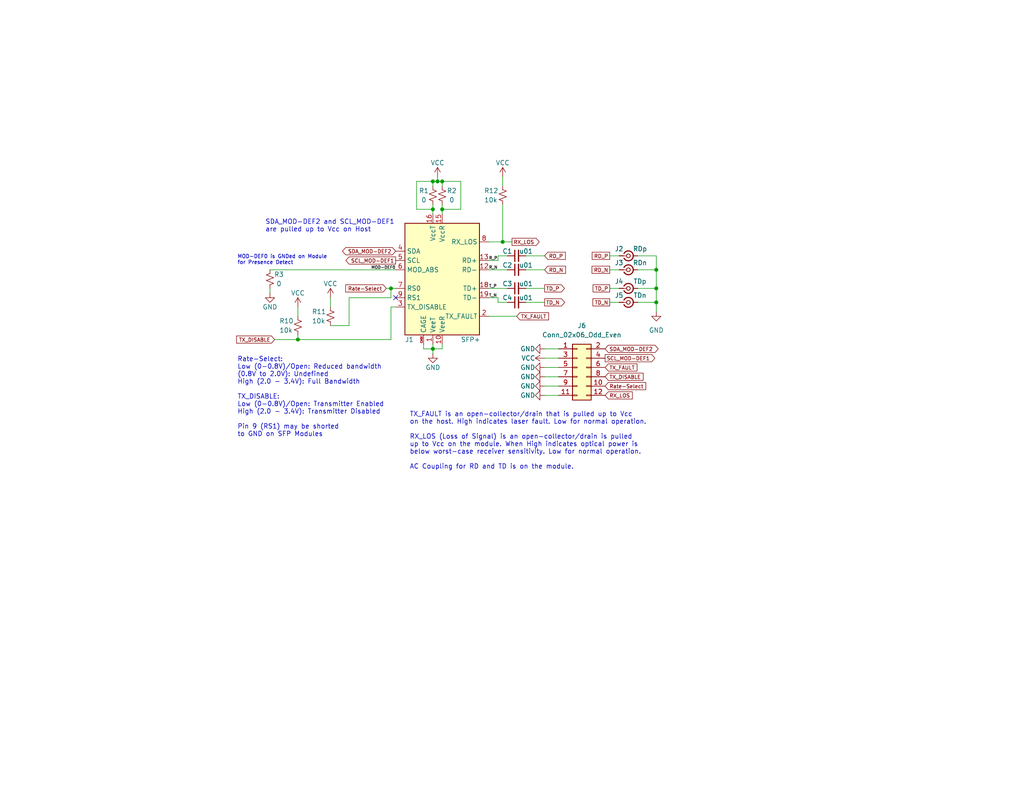
<source format=kicad_sch>
(kicad_sch (version 20230121) (generator eeschema)
  (paper "USLetter")
  (title_block (title "SFP Plug Breakout") (date "2024-02-28") (rev "0.1") (company "mwrnd") (comment 1 "github.com/mwrnd/SFP_Plug_Breakout"))
  (lib_symbols
    (symbol "Connector:Conn_Coaxial_Small" (pin_numbers hide) (pin_names (offset 1.016) hide)
      (property "Reference" "J" (at 0.254 3.048 0))
      (property "Value" "Conn_Coaxial_Small" (at 0 -3.81 0))
      (symbol "Conn_Coaxial_Small_0_1"
        (polyline (pts (xy -2.54 0) (xy -0.508 0)))
        (circle (center 0 0) (radius 0.508) (stroke (width 0.2032)))
      )
      (symbol "Conn_Coaxial_Small_1_1"
        (arc (start -1.1916 -0.6311) (mid 0.327 -1.3081) (end 1.3484 0.0039) (stroke (width 0.3048)))
        (arc (start 1.3484 -0.0039) (mid 0.327 1.3081) (end -1.1916 0.6311) (stroke (width 0.3048)))
        (pin passive line (at -2.54 0 0) (length 1.27) (name "In") (number "1"))
        (pin passive line (at 2.54 0 180) (length 1.27) (name "Ext") (number "2"))
      )
    )
    (symbol "Connector_Generic:Conn_02x06_Odd_Even" (pin_names (offset 1.016) hide)
      (property "Reference" "J" (at 1.27 7.62 0))
      (property "Value" "Conn_02x06_Odd_Even" (at 1.27 -10.16 0))
      (symbol "Conn_02x06_Odd_Even_1_1"
        (rectangle (start -1.27 -7.493) (end 0 -7.747) (stroke (width 0.1524)))
        (rectangle (start -1.27 -4.953) (end 0 -5.207) (stroke (width 0.1524)))
        (rectangle (start -1.27 -2.413) (end 0 -2.667) (stroke (width 0.1524)))
        (rectangle (start -1.27 0.127) (end 0 -0.127) (stroke (width 0.1524)))
        (rectangle (start -1.27 2.667) (end 0 2.413) (stroke (width 0.1524)))
        (rectangle (start -1.27 5.207) (end 0 4.953) (stroke (width 0.1524)))
        (rectangle (start -1.27 6.35) (end 3.81 -8.89) (stroke (width 0.254)) (fill (type background)))
        (rectangle (start 3.81 -7.493) (end 2.54 -7.747) (stroke (width 0.1524)))
        (rectangle (start 3.81 -4.953) (end 2.54 -5.207) (stroke (width 0.1524)))
        (rectangle (start 3.81 -2.413) (end 2.54 -2.667) (stroke (width 0.1524)))
        (rectangle (start 3.81 0.127) (end 2.54 -0.127) (stroke (width 0.1524)))
        (rectangle (start 3.81 2.667) (end 2.54 2.413) (stroke (width 0.1524)))
        (rectangle (start 3.81 5.207) (end 2.54 4.953) (stroke (width 0.1524)))
        (pin passive line (at -5.08 5.08 0) (length 3.81) (name "Pin_1") (number "1"))
        (pin passive line (at 7.62 -5.08 180) (length 3.81) (name "Pin_10") (number "10"))
        (pin passive line (at -5.08 -7.62 0) (length 3.81) (name "Pin_11") (number "11"))
        (pin passive line (at 7.62 -7.62 180) (length 3.81) (name "Pin_12") (number "12"))
        (pin passive line (at 7.62 5.08 180) (length 3.81) (name "Pin_2") (number "2"))
        (pin passive line (at -5.08 2.54 0) (length 3.81) (name "Pin_3") (number "3"))
        (pin passive line (at 7.62 2.54 180) (length 3.81) (name "Pin_4") (number "4"))
        (pin passive line (at -5.08 0 0) (length 3.81) (name "Pin_5") (number "5"))
        (pin passive line (at 7.62 0 180) (length 3.81) (name "Pin_6") (number "6"))
        (pin passive line (at -5.08 -2.54 0) (length 3.81) (name "Pin_7") (number "7"))
        (pin passive line (at 7.62 -2.54 180) (length 3.81) (name "Pin_8") (number "8"))
        (pin passive line (at -5.08 -5.08 0) (length 3.81) (name "Pin_9") (number "9"))
      )
    )
    (symbol "Device:C_Small" (pin_numbers hide) (pin_names (offset 0.254) hide)
      (property "Reference" "C" (at 0.254 1.778 0))
      (property "Value" "C_Small" (at 0.254 -2.032 0))
      (symbol "C_Small_0_1"
        (polyline (pts (xy -1.524 -0.508) (xy 1.524 -0.508)) (stroke (width 0.3302)))
        (polyline (pts (xy -1.524 0.508) (xy 1.524 0.508)) (stroke (width 0.3048)))
      )
      (symbol "C_Small_1_1"
        (pin passive line (at 0 2.54 270) (length 2.032) (name "~") (number "1"))
        (pin passive line (at 0 -2.54 90) (length 2.032) (name "~") (number "2"))
      )
    )
    (symbol "Device:R_Small_US" (pin_numbers hide) (pin_names (offset 0.254) hide)
      (property "Reference" "R" (at 0.762 0.508 0))
      (property "Value" "R_Small_US" (at 0.762 -1.016 0))
      (symbol "R_Small_US_1_1"
        (polyline (pts (xy 0 0) (xy 1.016 -0.381) (xy 0 -0.762) (xy -1.016 -1.143) (xy 0 -1.524)))
        (polyline (pts (xy 0 1.524) (xy 1.016 1.143) (xy 0 0.762) (xy -1.016 0.381) (xy 0 0)))
        (pin passive line (at 0 2.54 270) (length 1.016) (name "~") (number "1"))
        (pin passive line (at 0 -2.54 90) (length 1.016) (name "~") (number "2"))
      )
    )
    (symbol "Interface_Optical:SFP+"
      (property "Reference" "J" (at -8.89 16.51 0))
      (property "Value" "SFP+" (at 11.43 16.51 0))
      (symbol "SFP+_0_0"
        (rectangle (start -10.16 15.24) (end 10.16 -15.24) (stroke (width 0.254)) (fill (type background)))
      )
      (symbol "SFP+_1_1"
        (pin power_in line (at -2.54 -17.78 90) (length 2.54) (name "VeeT") (number "1"))
        (pin power_in line (at 0 -17.78 90) (length 2.54) (name "VeeR") (number "10"))
        (pin passive line (at 0 -17.78 90) (length 2.54) hide (name "VeeR") (number "11"))
        (pin output line (at 12.7 2.54 180) (length 2.54) (name "RD-") (number "12"))
        (pin output line (at 12.7 5.08 180) (length 2.54) (name "RD+") (number "13"))
        (pin passive line (at 0 -17.78 90) (length 2.54) hide (name "VeeR") (number "14"))
        (pin power_in line (at 0 17.78 270) (length 2.54) (name "VccR") (number "15"))
        (pin power_in line (at -2.54 17.78 270) (length 2.54) (name "VccT") (number "16"))
        (pin passive line (at -2.54 -17.78 90) (length 2.54) hide (name "VeeT") (number "17"))
        (pin input line (at 12.7 -2.54 180) (length 2.54) (name "TD+") (number "18"))
        (pin input line (at 12.7 -5.08 180) (length 2.54) (name "TD-") (number "19"))
        (pin open_collector line (at 12.7 -10.16 180) (length 2.54) (name "TX_FAULT") (number "2"))
        (pin passive line (at -2.54 -17.78 90) (length 2.54) hide (name "VeeT") (number "20"))
        (pin input line (at -12.7 -7.62 0) (length 2.54) (name "TX_DISABLE") (number "3"))
        (pin bidirectional line (at -12.7 7.62 0) (length 2.54) (name "SDA") (number "4"))
        (pin input line (at -12.7 5.08 0) (length 2.54) (name "SCL") (number "5"))
        (pin passive line (at -12.7 2.54 0) (length 2.54) (name "MOD_ABS") (number "6"))
        (pin input line (at -12.7 -2.54 0) (length 2.54) (name "RS0") (number "7"))
        (pin open_collector line (at 12.7 10.16 180) (length 2.54) (name "RX_LOS") (number "8"))
        (pin input line (at -12.7 -5.08 0) (length 2.54) (name "RS1") (number "9"))
        (pin passive line (at -5.08 -17.78 90) (length 2.54) (name "CAGE") (number "CAGE"))
      )
    )
    (symbol "power:GND" (power) (pin_names (offset 0))
      (property "Value" "GND" (at 0 -3.81 0))
      (symbol "GND_0_1"
        (polyline (pts (xy 0 0) (xy 0 -1.27) (xy 1.27 -1.27) (xy 0 -2.54) (xy -1.27 -1.27) (xy 0 -1.27)))
      )
      (symbol "GND_1_1"
        (pin power_in line (at 0 0 270) (length 0) hide (name "GND") (number "1"))
      )
    )
    (symbol "power:VCC" (power) (pin_names (offset 0))
      (property "Value" "VCC" (at 0 3.81 0))
      (symbol "VCC_0_1"
        (polyline (pts (xy -0.762 1.27) (xy 0 2.54)))
        (polyline (pts (xy 0 0) (xy 0 2.54)))
        (polyline (pts (xy 0 2.54) (xy 0.762 1.27)))
      )
      (symbol "VCC_1_1"
        (pin power_in line (at 0 0 90) (length 0) hide (name "VCC") (number "1"))
      )
    )
  )
  (junction (at 120.65 57.15))
  (junction (at 179.07 82.55))
  (junction (at 179.07 78.74))
  (junction (at 119.38 49.53))
  (junction (at 118.11 49.53))
  (junction (at 120.65 49.53))
  (junction (at 118.11 95.25))
  (junction (at 137.16 66.04))
  (junction (at 106.68 78.74))
  (junction (at 179.07 73.66))
  (junction (at 118.11 57.15))
  (junction (at 81.28 92.71))
  (no_connect (at 107.95 81.28))
  (wire (pts (xy 137.16 55.88) (xy 137.16 66.04)))
  (wire (pts (xy 81.28 83.82) (xy 81.28 86.36)))
  (wire (pts (xy 166.37 82.55) (xy 168.91 82.55)))
  (wire (pts (xy 125.73 49.53) (xy 120.65 49.53)))
  (wire (pts (xy 135.89 69.85) (xy 138.43 69.85)))
  (wire (pts (xy 113.665 49.53) (xy 118.11 49.53)))
  (wire (pts (xy 179.07 69.85) (xy 179.07 73.66)))
  (wire (pts (xy 120.65 93.98) (xy 120.65 95.25)))
  (wire (pts (xy 133.35 86.36) (xy 140.97 86.36)))
  (wire (pts (xy 81.28 91.44) (xy 81.28 92.71)))
  (wire (pts (xy 120.65 49.53) (xy 119.38 49.53)))
  (wire (pts (xy 120.65 57.15) (xy 120.65 58.42)))
  (wire (pts (xy 118.11 93.98) (xy 118.11 95.25)))
  (wire (pts (xy 137.16 66.04) (xy 139.7 66.04)))
  (wire (pts (xy 179.07 78.74) (xy 179.07 82.55)))
  (wire (pts (xy 173.99 82.55) (xy 179.07 82.55)))
  (wire (pts (xy 120.65 55.88) (xy 120.65 57.15)))
  (wire (pts (xy 148.59 105.41) (xy 152.4 105.41)))
  (wire (pts (xy 118.11 49.53) (xy 119.38 49.53)))
  (wire (pts (xy 133.35 66.04) (xy 137.16 66.04)))
  (wire (pts (xy 148.59 95.25) (xy 152.4 95.25)))
  (wire (pts (xy 143.51 78.74) (xy 148.59 78.74)))
  (wire (pts (xy 148.59 97.79) (xy 152.4 97.79)))
  (wire (pts (xy 120.65 95.25) (xy 118.11 95.25)))
  (wire (pts (xy 166.37 78.74) (xy 168.91 78.74)))
  (wire (pts (xy 118.11 55.88) (xy 118.11 57.15)))
  (wire (pts (xy 179.07 73.66) (xy 179.07 78.74)))
  (wire (pts (xy 106.68 81.28) (xy 95.25 81.28)))
  (wire (pts (xy 118.11 50.8) (xy 118.11 49.53)))
  (wire (pts (xy 133.35 71.12) (xy 135.89 71.12)))
  (wire (pts (xy 74.93 92.71) (xy 81.28 92.71)))
  (wire (pts (xy 133.35 73.66) (xy 138.43 73.66)))
  (wire (pts (xy 90.17 81.28) (xy 90.17 83.82)))
  (wire (pts (xy 148.59 100.33) (xy 152.4 100.33)))
  (wire (pts (xy 105.41 78.74) (xy 106.68 78.74)))
  (wire (pts (xy 118.11 95.25) (xy 118.11 96.52)))
  (wire (pts (xy 120.65 57.15) (xy 125.73 57.15)))
  (wire (pts (xy 137.16 48.26) (xy 137.16 50.8)))
  (wire (pts (xy 173.99 69.85) (xy 179.07 69.85)))
  (wire (pts (xy 118.11 95.25) (xy 115.57 95.25)))
  (wire (pts (xy 135.89 71.12) (xy 135.89 69.85)))
  (wire (pts (xy 173.99 78.74) (xy 179.07 78.74)))
  (wire (pts (xy 133.35 78.74) (xy 138.43 78.74)))
  (wire (pts (xy 106.68 78.74) (xy 107.95 78.74)))
  (wire (pts (xy 81.28 92.71) (xy 106.68 92.71)))
  (wire (pts (xy 107.95 83.82) (xy 106.68 83.82)))
  (wire (pts (xy 143.51 82.55) (xy 148.59 82.55)))
  (wire (pts (xy 73.66 78.74) (xy 73.66 80.01)))
  (wire (pts (xy 120.65 50.8) (xy 120.65 49.53)))
  (wire (pts (xy 113.665 57.15) (xy 113.665 49.53)))
  (wire (pts (xy 143.51 73.66) (xy 148.59 73.66)))
  (wire (pts (xy 166.37 73.66) (xy 168.91 73.66)))
  (wire (pts (xy 119.38 49.53) (xy 119.38 48.26)))
  (wire (pts (xy 179.07 82.55) (xy 179.07 85.09)))
  (wire (pts (xy 115.57 95.25) (xy 115.57 93.98)))
  (wire (pts (xy 125.73 57.15) (xy 125.73 49.53)))
  (wire (pts (xy 143.51 69.85) (xy 148.59 69.85)))
  (wire (pts (xy 166.37 69.85) (xy 168.91 69.85)))
  (wire (pts (xy 118.11 57.15) (xy 118.11 58.42)))
  (wire (pts (xy 106.68 83.82) (xy 106.68 92.71)))
  (wire (pts (xy 135.89 82.55) (xy 138.43 82.55)))
  (wire (pts (xy 135.89 81.28) (xy 135.89 82.55)))
  (wire (pts (xy 95.25 81.28) (xy 95.25 88.9)))
  (wire (pts (xy 133.35 81.28) (xy 135.89 81.28)))
  (wire (pts (xy 148.59 102.87) (xy 152.4 102.87)))
  (wire (pts (xy 173.99 73.66) (xy 179.07 73.66)))
  (wire (pts (xy 73.66 73.66) (xy 107.95 73.66)))
  (wire (pts (xy 95.25 88.9) (xy 90.17 88.9)))
  (wire (pts (xy 118.11 57.15) (xy 113.665 57.15)))
  (wire (pts (xy 106.68 78.74) (xy 106.68 81.28)))
  (wire (pts (xy 148.59 107.95) (xy 152.4 107.95)))
  (text "SDA_MOD-DEF2 and SCL_MOD-DEF1\nare pulled up to Vcc on Host" (at 72.39 63.5 0) (effects (font (size 1.27 1.27)) (justify left bottom)))
  (text "TX_FAULT is an open-collector/drain that is pulled up to Vcc\non the host. High indicates laser fault. Low for normal operation.\n\nRX_LOS (Loss of Signal) is an open-collector/drain is pulled\nup to Vcc on the module. When High indicates optical power is\nbelow worst-case receiver sensitivity. Low for normal operation.\n\nAC Coupling for RD and TD is on the module." (at 111.76 128.27 0) (effects (font (size 1.27 1.27)) (justify left bottom)))
  (text "Rate-Select:\nLow (0-0.8V)/Open: Reduced bandwidth\n(0.8V to 2.0V): Undefined\nHigh (2.0 - 3.4V): Full Bandwidth\n\nTX_DISABLE:\nLow (0-0.8V)/Open: Transmitter Enabled\nHigh (2.0 - 3.4V): Transmitter Disabled\n\nPin 9 (RS1) may be shorted\nto GND on SFP Modules" (at 64.77 119.38 0) (effects (font (size 1.27 1.27)) (justify left bottom)))
  (text "MOD-DEF0 is GNDed on Module\nfor Presence Detect" (at 64.77 72.39 0) (effects (font (size 1 1)) (justify left bottom)))
  (label "T_P" (at 133.35 78.74 0) (effects (font (size 0.8 0.8))))
  (label "R_P" (at 133.35 71.12 0) (effects (font (size 0.8 0.8))))
  (label "R_N" (at 133.35 73.66 0) (effects (font (size 0.8 0.8))))
  (label "T_N" (at 133.35 81.28 0) (effects (font (size 0.8 0.8))))
  (label "MOD-DEF0" (at 107.95 73.66 180) (effects (font (size 0.8 0.8))))
  (global_label "TX_FAULT" (shape input) (at 165.1 100.33 0) (effects (font (size 1 1))) (property "Intersheetrefs" "${INTERSHEET_REFS}" (effects hide)))
  (global_label "RX_LOS" (shape input) (at 165.1 107.95 0) (effects (font (size 1 1))) (property "Intersheetrefs" "${INTERSHEET_REFS}" (effects hide)))
  (global_label "TX_FAULT" (shape input) (at 140.97 86.36 0) (effects (font (size 1 1))) (property "Intersheetrefs" "${INTERSHEET_REFS}" (effects hide)))
  (global_label "Rate-Select" (shape input) (at 105.41 78.74 180) (effects (font (size 1 1))) (property "Intersheetrefs" "${INTERSHEET_REFS}" (effects hide)))
  (global_label "SCL_MOD-DEF1" (shape output) (at 107.95 71.12 180) (effects (font (size 1 1))) (property "Intersheetrefs" "${INTERSHEET_REFS}" (effects hide)))
  (global_label "TD_N" (shape output) (at 148.59 82.55 0) (effects (font (size 1 1))) (property "Intersheetrefs" "${INTERSHEET_REFS}" (effects hide)))
  (global_label "RD_P" (shape input) (at 148.59 69.85 0) (effects (font (size 1 1))) (property "Intersheetrefs" "${INTERSHEET_REFS}" (effects hide)))
  (global_label "RD_P" (shape passive) (at 166.37 69.85 180) (effects (font (size 1 1))) (property "Intersheetrefs" "${INTERSHEET_REFS}" (effects hide)))
  (global_label "RD_N" (shape input) (at 148.59 73.66 0) (effects (font (size 1 1))) (property "Intersheetrefs" "${INTERSHEET_REFS}" (effects hide)))
  (global_label "Rate-Select" (shape input) (at 165.1 105.41 0) (effects (font (size 1 1))) (property "Intersheetrefs" "${INTERSHEET_REFS}" (effects hide)))
  (global_label "RX_LOS" (shape output) (at 139.7 66.04 0) (effects (font (size 1 1))) (property "Intersheetrefs" "${INTERSHEET_REFS}" (effects hide)))
  (global_label "TD_N" (shape passive) (at 166.37 82.55 180) (effects (font (size 1 1))) (property "Intersheetrefs" "${INTERSHEET_REFS}" (effects hide)))
  (global_label "RD_N" (shape passive) (at 166.37 73.66 180) (effects (font (size 1 1))) (property "Intersheetrefs" "${INTERSHEET_REFS}" (effects hide)))
  (global_label "TD_P" (shape passive) (at 166.37 78.74 180) (effects (font (size 1 1))) (property "Intersheetrefs" "${INTERSHEET_REFS}" (effects hide)))
  (global_label "SDA_MOD-DEF2" (shape bidirectional) (at 107.95 68.58 180) (effects (font (size 1 1))) (property "Intersheetrefs" "${INTERSHEET_REFS}" (effects hide)))
  (global_label "SCL_MOD-DEF1" (shape output) (at 165.1 97.79 0) (effects (font (size 1 1))) (property "Intersheetrefs" "${INTERSHEET_REFS}" (effects hide)))
  (global_label "TD_P" (shape output) (at 148.59 78.74 0) (effects (font (size 1 1))) (property "Intersheetrefs" "${INTERSHEET_REFS}" (effects hide)))
  (global_label "SDA_MOD-DEF2" (shape bidirectional) (at 165.1 95.25 0) (effects (font (size 1 1))) (property "Intersheetrefs" "${INTERSHEET_REFS}" (effects hide)))
  (global_label "TX_DISABLE" (shape input) (at 74.93 92.71 180) (effects (font (size 1 1))) (property "Intersheetrefs" "${INTERSHEET_REFS}" (effects hide)))
  (global_label "TX_DISABLE" (shape input) (at 165.1 102.87 0) (effects (font (size 1 1))) (property "Intersheetrefs" "${INTERSHEET_REFS}" (effects hide)))
  (symbol (lib_id "Device:R_Small_US") (at 137.16 53.34 0) (unit 1)
    (property "Reference" "R12" (at 132.08 52.07 0) (effects (justify left)))
    (property "Value" "10k" (at 132.08 54.61 0) (effects (justify left)))
    (property "Footprint" "Resistor_SMD:R_0603_1608Metric_Pad0.98x0.95mm_HandSolder" (effects hide))
  )
  (symbol (lib_id "Device:C_Small") (at 140.97 73.66 90) (unit 1)
    (property "Reference" "C2" (at 138.43 72.39 90))
    (property "Value" "u01" (at 143.51 72.39 90))
    (property "Footprint" "Capacitor_SMD:C_0603_1608Metric_Pad1.08x0.95mm_HandSolder" (effects hide))
  )
  (symbol (lib_id "power:GND") (at 148.59 100.33 270) (unit 1)
    (property "Reference" "#PWR016" (effects hide))
    (property "Value" "GND" (at 146.05 100.33 90) (effects (justify right)))
  )
  (symbol (lib_id "power:GND") (at 179.07 85.09 0) (unit 1)
    (property "Reference" "#PWR08" (effects hide))
    (property "Value" "GND" (at 179.07 90.17 0))
  )
  (symbol (lib_id "Device:C_Small") (at 140.97 82.55 90) (unit 1)
    (property "Reference" "C4" (at 138.43 81.28 90))
    (property "Value" "u01" (at 143.51 81.28 90))
    (property "Footprint" "Capacitor_SMD:C_0603_1608Metric_Pad1.08x0.95mm_HandSolder" (effects hide))
  )
  (symbol (lib_id "Device:C_Small") (at 140.97 69.85 90) (unit 1)
    (property "Reference" "C1" (at 138.43 68.58 90))
    (property "Value" "u01" (at 143.51 68.58 90))
    (property "Footprint" "Capacitor_SMD:C_0603_1608Metric_Pad1.08x0.95mm_HandSolder" (effects hide))
  )
  (symbol (lib_id "power:GND") (at 148.59 105.41 270) (unit 1)
    (property "Reference" "#PWR014" (effects hide))
    (property "Value" "GND" (at 146.05 105.41 90) (effects (justify right)))
  )
  (symbol (lib_id "Device:R_Small_US") (at 118.11 53.34 0) (unit 1)
    (property "Reference" "R1" (at 114.3 52.07 0) (effects (justify left)))
    (property "Value" "0" (at 114.935 54.61 0) (effects (justify left)))
    (property "Footprint" "Resistor_SMD:R_0603_1608Metric_Pad0.98x0.95mm_HandSolder" (effects hide))
  )
  (symbol (lib_id "Connector_Generic:Conn_02x06_Odd_Even") (at 157.48 100.33 0) (unit 1)
    (property "Reference" "J6" (at 158.75 88.9 0))
    (property "Value" "Conn_02x06_Odd_Even" (at 158.75 91.44 0))
    (property "Footprint" "Connector_PinHeader_2.54mm:PinHeader_2x06_P2.54mm_Vertical" (effects hide))
  )
  (symbol (lib_id "power:VCC") (at 119.38 48.26 0) (unit 1)
    (property "Reference" "#PWR03" (effects hide))
    (property "Value" "VCC" (at 119.38 44.45 0))
  )
  (symbol (lib_id "power:GND") (at 148.59 102.87 270) (unit 1)
    (property "Reference" "#PWR015" (effects hide))
    (property "Value" "GND" (at 146.05 102.87 90) (effects (justify right)))
  )
  (symbol (lib_id "Device:R_Small_US") (at 81.28 88.9 0) (unit 1)
    (property "Reference" "R10" (at 76.2 87.63 0) (effects (justify left)))
    (property "Value" "10k" (at 76.2 90.17 0) (effects (justify left)))
    (property "Footprint" "Resistor_SMD:R_0603_1608Metric_Pad0.98x0.95mm_HandSolder" (effects hide))
  )
  (symbol (lib_id "power:GND") (at 148.59 107.95 270) (unit 1)
    (property "Reference" "#PWR013" (effects hide))
    (property "Value" "GND" (at 146.05 107.95 90) (effects (justify right)))
  )
  (symbol (lib_id "power:VCC") (at 81.28 83.82 0) (unit 1)
    (property "Reference" "#PWR04" (effects hide))
    (property "Value" "VCC" (at 81.28 80.01 0))
  )
  (symbol (lib_id "Device:R_Small_US") (at 73.66 76.2 0) (mirror y) (unit 1)
    (property "Reference" "R3" (at 77.47 74.93 0) (effects (justify left)))
    (property "Value" "0" (at 76.835 77.47 0) (effects (justify left)))
    (property "Footprint" "Resistor_SMD:R_0603_1608Metric_Pad0.98x0.95mm_HandSolder" (effects hide))
  )
  (symbol (lib_id "Interface_Optical:SFP+") (at 120.65 76.2 0) (unit 1)
    (property "Reference" "J1" (at 110.49 92.71 0) (effects (justify left)))
    (property "Value" "SFP+" (at 125.73 92.71 0) (effects (justify left)))
    (property "Footprint" "SFP_Plug:SFP_Plug" (effects hide))
    (property "Datasheet" "https://members.snia.org/document/dl/25892" (effects hide))
  )
  (symbol (lib_id "power:VCC") (at 137.16 48.26 0) (unit 1)
    (property "Reference" "#PWR05" (effects hide))
    (property "Value" "VCC" (at 137.16 44.45 0))
  )
  (symbol (lib_id "power:GND") (at 148.59 95.25 270) (unit 1)
    (property "Reference" "#PWR011" (effects hide))
    (property "Value" "GND" (at 146.05 95.25 90) (effects (justify right)))
  )
  (symbol (lib_id "Connector:Conn_Coaxial_Small") (at 171.45 78.74 0) (unit 1)
    (property "Reference" "J4" (at 168.91 76.835 0))
    (property "Value" "TDp" (at 174.625 76.835 0))
    (property "Footprint" "U.FL_w_Label:U.FL_Hirose_w_Label" (effects hide))
    (property "Datasheet" " ~" (effects hide))
  )
  (symbol (lib_id "Device:R_Small_US") (at 120.65 53.34 0) (unit 1)
    (property "Reference" "R2" (at 121.92 52.07 0) (effects (justify left)))
    (property "Value" "0" (at 122.555 54.61 0) (effects (justify left)))
    (property "Footprint" "Resistor_SMD:R_0603_1608Metric_Pad0.98x0.95mm_HandSolder" (effects hide))
  )
  (symbol (lib_id "Device:R_Small_US") (at 90.17 86.36 0) (unit 1)
    (property "Reference" "R11" (at 85.09 85.09 0) (effects (justify left)))
    (property "Value" "10k" (at 85.09 87.63 0) (effects (justify left)))
    (property "Footprint" "Resistor_SMD:R_0603_1608Metric_Pad0.98x0.95mm_HandSolder" (effects hide))
  )
  (symbol (lib_id "power:VCC") (at 148.59 97.79 90) (unit 1)
    (property "Reference" "#PWR012" (effects hide))
    (property "Value" "VCC" (at 144.145 97.79 90))
  )
  (symbol (lib_id "power:GND") (at 73.66 80.01 0) (unit 1)
    (property "Reference" "#PWR02" (effects hide))
    (property "Value" "GND" (at 73.66 83.82 0))
  )
  (symbol (lib_id "Connector:Conn_Coaxial_Small") (at 171.45 69.85 0) (unit 1)
    (property "Reference" "J2" (at 168.91 67.945 0))
    (property "Value" "RDp" (at 174.625 67.945 0))
    (property "Footprint" "U.FL_w_Label:U.FL_Hirose_w_Label" (effects hide))
    (property "Datasheet" " ~" (effects hide))
  )
  (symbol (lib_id "power:VCC") (at 90.17 81.28 0) (unit 1)
    (property "Reference" "#PWR07" (effects hide))
    (property "Value" "VCC" (at 90.17 77.47 0))
  )
  (symbol (lib_id "Connector:Conn_Coaxial_Small") (at 171.45 73.66 0) (unit 1)
    (property "Reference" "J3" (at 168.91 71.755 0))
    (property "Value" "RDn" (at 174.625 71.755 0))
    (property "Footprint" "U.FL_w_Label:U.FL_Hirose_w_Label" (effects hide))
    (property "Datasheet" " ~" (effects hide))
  )
  (symbol (lib_id "Device:C_Small") (at 140.97 78.74 90) (unit 1)
    (property "Reference" "C3" (at 138.43 77.47 90))
    (property "Value" "u01" (at 143.51 77.47 90))
    (property "Footprint" "Capacitor_SMD:C_0603_1608Metric_Pad1.08x0.95mm_HandSolder" (effects hide))
  )
  (symbol (lib_id "power:GND") (at 118.11 96.52 0) (unit 1)
    (property "Reference" "#PWR01" (effects hide))
    (property "Value" "GND" (at 118.11 100.33 0))
  )
  (symbol (lib_id "Connector:Conn_Coaxial_Small") (at 171.45 82.55 0) (unit 1)
    (property "Reference" "J5" (at 168.91 80.645 0))
    (property "Value" "TDn" (at 174.625 80.645 0))
    (property "Footprint" "U.FL_w_Label:U.FL_Hirose_w_Label" (effects hide))
    (property "Datasheet" " ~" (effects hide))
  )
)
</source>
